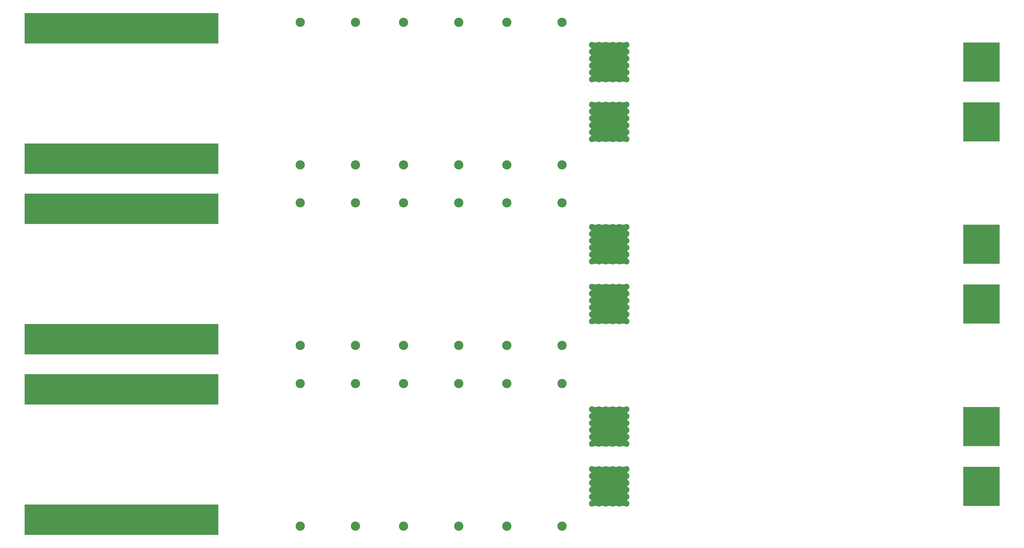
<source format=gbr>
G04 #@! TF.FileFunction,Soldermask,Bot*
%FSLAX46Y46*%
G04 Gerber Fmt 4.6, Leading zero omitted, Abs format (unit mm)*
G04 Created by KiCad (PCBNEW 4.0.1-stable) date 11/01/2018 20:27:04*
%MOMM*%
G01*
G04 APERTURE LIST*
%ADD10C,0.100000*%
%ADD11C,8.400000*%
%ADD12R,71.400000X11.200000*%
%ADD13C,3.400000*%
%ADD14R,13.400000X14.400000*%
%ADD15C,2.200000*%
G04 APERTURE END LIST*
D10*
D11*
X100000000Y-126300000D03*
X76200000Y-126300000D03*
X123800000Y-126300000D03*
X76200000Y-173500000D03*
X100000000Y-173500000D03*
X123800000Y-173500000D03*
D12*
X100000000Y-125900000D03*
X100000000Y-173900000D03*
D13*
X165850000Y-57250000D03*
X165850000Y-109750000D03*
X186150000Y-109750000D03*
X186150000Y-57250000D03*
D14*
X279500000Y-139000000D03*
X279500000Y-161000000D03*
X416500000Y-139000000D03*
X416500000Y-161000000D03*
X279500000Y-71900000D03*
X279500000Y-93900000D03*
X416500000Y-71900000D03*
X416500000Y-93900000D03*
D11*
X100000000Y-192800000D03*
X76200000Y-192800000D03*
X123800000Y-192800000D03*
X76200000Y-240000000D03*
X100000000Y-240000000D03*
X123800000Y-240000000D03*
D12*
X100000000Y-192400000D03*
X100000000Y-240400000D03*
D11*
X100000000Y-192800000D03*
X76200000Y-192800000D03*
X123800000Y-192800000D03*
X76200000Y-240000000D03*
X100000000Y-240000000D03*
X123800000Y-240000000D03*
D12*
X100000000Y-192400000D03*
X100000000Y-240400000D03*
D11*
X100000000Y-59850000D03*
X76200000Y-59850000D03*
X123800000Y-59850000D03*
X76200000Y-107050000D03*
X100000000Y-107050000D03*
X123800000Y-107050000D03*
D12*
X100000000Y-59450000D03*
X100000000Y-107450000D03*
D14*
X279500000Y-206100000D03*
X279500000Y-228100000D03*
X416500000Y-206100000D03*
X416500000Y-228100000D03*
D15*
X273150000Y-199750000D03*
X278230000Y-199750000D03*
X280770000Y-199750000D03*
X283310000Y-199750000D03*
X285850000Y-199750000D03*
X283310000Y-202290000D03*
X275690000Y-199750000D03*
X285850000Y-202290000D03*
X273150000Y-204830000D03*
X273150000Y-207370000D03*
X273150000Y-212450000D03*
X273150000Y-202290000D03*
X275690000Y-202290000D03*
X275690000Y-212450000D03*
X278230000Y-212450000D03*
X280770000Y-212450000D03*
X283310000Y-209910000D03*
X285850000Y-209910000D03*
X273150000Y-209910000D03*
X275690000Y-209910000D03*
X285850000Y-207370000D03*
X285850000Y-204830000D03*
X283310000Y-212450000D03*
X285850000Y-212450000D03*
X273150000Y-221750000D03*
X278230000Y-221750000D03*
X280770000Y-221750000D03*
X283310000Y-221750000D03*
X285850000Y-221750000D03*
X283310000Y-224290000D03*
X275690000Y-221750000D03*
X285850000Y-224290000D03*
X273150000Y-226830000D03*
X273150000Y-229370000D03*
X273150000Y-234450000D03*
X273150000Y-224290000D03*
X275690000Y-224290000D03*
X275690000Y-234450000D03*
X278230000Y-234450000D03*
X280770000Y-234450000D03*
X283310000Y-231910000D03*
X285850000Y-231910000D03*
X273150000Y-231910000D03*
X275690000Y-231910000D03*
X285850000Y-229370000D03*
X285850000Y-226830000D03*
X283310000Y-234450000D03*
X285850000Y-234450000D03*
X273150000Y-132650000D03*
X278230000Y-132650000D03*
X280770000Y-132650000D03*
X283310000Y-132650000D03*
X285850000Y-132650000D03*
X283310000Y-135190000D03*
X275690000Y-132650000D03*
X285850000Y-135190000D03*
X273150000Y-137730000D03*
X273150000Y-140270000D03*
X273150000Y-145350000D03*
X273150000Y-135190000D03*
X275690000Y-135190000D03*
X275690000Y-145350000D03*
X278230000Y-145350000D03*
X280770000Y-145350000D03*
X283310000Y-142810000D03*
X285850000Y-142810000D03*
X273150000Y-142810000D03*
X275690000Y-142810000D03*
X285850000Y-140270000D03*
X285850000Y-137730000D03*
X283310000Y-145350000D03*
X285850000Y-145350000D03*
X273150000Y-87550000D03*
X278230000Y-87550000D03*
X280770000Y-87550000D03*
X283310000Y-87550000D03*
X285850000Y-87550000D03*
X283310000Y-90090000D03*
X275690000Y-87550000D03*
X285850000Y-90090000D03*
X273150000Y-92630000D03*
X273150000Y-95170000D03*
X273150000Y-100250000D03*
X273150000Y-90090000D03*
X275690000Y-90090000D03*
X275690000Y-100250000D03*
X278230000Y-100250000D03*
X280770000Y-100250000D03*
X283310000Y-97710000D03*
X285850000Y-97710000D03*
X273150000Y-97710000D03*
X275690000Y-97710000D03*
X285850000Y-95170000D03*
X285850000Y-92630000D03*
X283310000Y-100250000D03*
X285850000Y-100250000D03*
X273150000Y-65550000D03*
X278230000Y-65550000D03*
X280770000Y-65550000D03*
X283310000Y-65550000D03*
X285850000Y-65550000D03*
X283310000Y-68090000D03*
X275690000Y-65550000D03*
X285850000Y-68090000D03*
X273150000Y-70630000D03*
X273150000Y-73170000D03*
X273150000Y-78250000D03*
X273150000Y-68090000D03*
X275690000Y-68090000D03*
X275690000Y-78250000D03*
X278230000Y-78250000D03*
X280770000Y-78250000D03*
X283310000Y-75710000D03*
X285850000Y-75710000D03*
X273150000Y-75710000D03*
X275690000Y-75710000D03*
X285850000Y-73170000D03*
X285850000Y-70630000D03*
X283310000Y-78250000D03*
X285850000Y-78250000D03*
X273150000Y-154650000D03*
X278230000Y-154650000D03*
X280770000Y-154650000D03*
X283310000Y-154650000D03*
X285850000Y-154650000D03*
X283310000Y-157190000D03*
X275690000Y-154650000D03*
X285850000Y-157190000D03*
X273150000Y-159730000D03*
X273150000Y-162270000D03*
X273150000Y-167350000D03*
X273150000Y-157190000D03*
X275690000Y-157190000D03*
X275690000Y-167350000D03*
X278230000Y-167350000D03*
X280770000Y-167350000D03*
X283310000Y-164810000D03*
X285850000Y-164810000D03*
X273150000Y-164810000D03*
X275690000Y-164810000D03*
X285850000Y-162270000D03*
X285850000Y-159730000D03*
X283310000Y-167350000D03*
X285850000Y-167350000D03*
D13*
X224150000Y-109750000D03*
X224150000Y-57250000D03*
X203850000Y-57250000D03*
X203850000Y-109750000D03*
X241850000Y-190250000D03*
X241850000Y-242750000D03*
X262150000Y-242750000D03*
X262150000Y-190250000D03*
X241850000Y-123750000D03*
X241850000Y-176250000D03*
X262150000Y-176250000D03*
X262150000Y-123750000D03*
X241850000Y-57250000D03*
X241850000Y-109750000D03*
X262150000Y-109750000D03*
X262150000Y-57250000D03*
X224150000Y-242750000D03*
X224150000Y-190250000D03*
X203850000Y-190250000D03*
X203850000Y-242750000D03*
X165850000Y-190250000D03*
X165850000Y-242750000D03*
X186150000Y-242750000D03*
X186150000Y-190250000D03*
X165850000Y-123750000D03*
X165850000Y-176250000D03*
X186150000Y-176250000D03*
X186150000Y-123750000D03*
X224150000Y-176250000D03*
X224150000Y-123750000D03*
X203850000Y-123750000D03*
X203850000Y-176250000D03*
M02*

</source>
